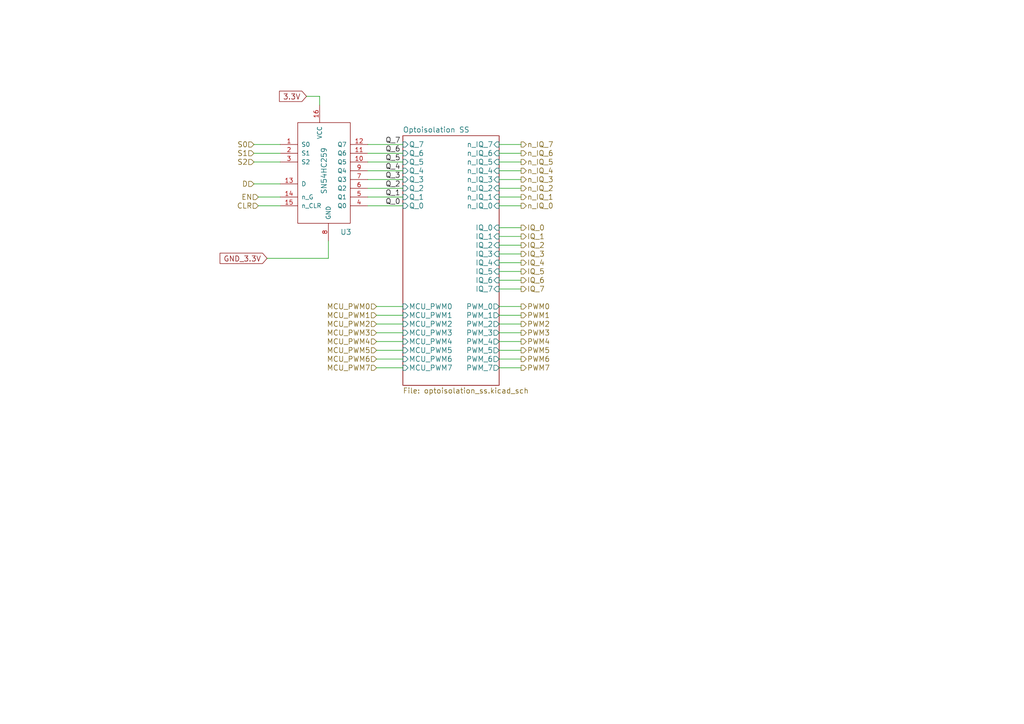
<source format=kicad_sch>
(kicad_sch (version 20230121) (generator eeschema)
  (paper "A4")
  (title_block (date "30 jan 2016"))
  (lib_symbols
    (symbol "arm_board-rescue:SN54HC259" (pin_names (offset 1.016))
      (property "Reference" "U" (at 6.35 -16.51 0))
      (property "Value" "SN54HC259" (at 0 1.27 90))
      (symbol "SN54HC259_0_1"
        (rectangle (start -7.62 15.24) (end 7.62 -13.97))
      )
      (symbol "SN54HC259_1_1"
        (pin input line (at -12.7 8.89 0) (length 5.08) (name "S0") (number "1"))
        (pin input line (at 12.7 3.81 180) (length 5.08) (name "Q5") (number "10"))
        (pin input line (at 12.7 6.35 180) (length 5.08) (name "Q6") (number "11"))
        (pin input line (at 12.7 8.89 180) (length 5.08) (name "Q7") (number "12"))
        (pin input line (at -12.7 -2.54 0) (length 5.08) (name "D") (number "13"))
        (pin input line (at -12.7 -6.35 0) (length 5.08) (name "n_G") (number "14"))
        (pin input line (at -12.7 -8.89 0) (length 5.08) (name "n_CLR") (number "15"))
        (pin input line (at -1.27 20.32 270) (length 5.08) (name "VCC") (number "16"))
        (pin input line (at -12.7 6.35 0) (length 5.08) (name "S1") (number "2"))
        (pin input line (at -12.7 3.81 0) (length 5.08) (name "S2") (number "3"))
        (pin input line (at 12.7 -8.89 180) (length 5.08) (name "Q0") (number "4"))
        (pin input line (at 12.7 -6.35 180) (length 5.08) (name "Q1") (number "5"))
        (pin input line (at 12.7 -3.81 180) (length 5.08) (name "Q2") (number "6"))
        (pin input line (at 12.7 -1.27 180) (length 5.08) (name "Q3") (number "7"))
        (pin input line (at 1.27 -19.05 90) (length 5.08) (name "GND") (number "8"))
        (pin input line (at 12.7 1.27 180) (length 5.08) (name "Q4") (number "9"))
      )
    )
  )
  (wire (pts (xy 73.66 53.34) (xy 81.28 53.34)))
  (wire (pts (xy 74.93 59.69) (xy 81.28 59.69)))
  (wire (pts (xy 151.13 57.15) (xy 144.78 57.15)))
  (wire (pts (xy 144.78 78.74) (xy 151.13 78.74)))
  (wire (pts (xy 106.68 59.69) (xy 116.84 59.69)))
  (wire (pts (xy 144.78 83.82) (xy 151.13 83.82)))
  (wire (pts (xy 77.47 74.93) (xy 95.25 74.93)))
  (wire (pts (xy 144.78 44.45) (xy 151.13 44.45)))
  (wire (pts (xy 109.22 88.9) (xy 116.84 88.9)))
  (wire (pts (xy 144.78 71.12) (xy 151.13 71.12)))
  (wire (pts (xy 109.22 104.14) (xy 116.84 104.14)))
  (wire (pts (xy 109.22 99.06) (xy 116.84 99.06)))
  (wire (pts (xy 106.68 49.53) (xy 116.84 49.53)))
  (wire (pts (xy 144.78 76.2) (xy 151.13 76.2)))
  (wire (pts (xy 144.78 88.9) (xy 151.13 88.9)))
  (wire (pts (xy 151.13 91.44) (xy 144.78 91.44)))
  (wire (pts (xy 144.78 93.98) (xy 151.13 93.98)))
  (wire (pts (xy 116.84 91.44) (xy 109.22 91.44)))
  (wire (pts (xy 144.78 73.66) (xy 151.13 73.66)))
  (wire (pts (xy 73.66 46.99) (xy 81.28 46.99)))
  (wire (pts (xy 92.71 27.94) (xy 92.71 30.48)))
  (wire (pts (xy 144.78 59.69) (xy 151.13 59.69)))
  (wire (pts (xy 151.13 96.52) (xy 144.78 96.52)))
  (wire (pts (xy 144.78 68.58) (xy 151.13 68.58)))
  (wire (pts (xy 106.68 52.07) (xy 116.84 52.07)))
  (wire (pts (xy 144.78 104.14) (xy 151.13 104.14)))
  (wire (pts (xy 144.78 81.28) (xy 151.13 81.28)))
  (wire (pts (xy 144.78 54.61) (xy 151.13 54.61)))
  (wire (pts (xy 151.13 46.99) (xy 144.78 46.99)))
  (wire (pts (xy 144.78 66.04) (xy 151.13 66.04)))
  (wire (pts (xy 151.13 101.6) (xy 144.78 101.6)))
  (wire (pts (xy 106.68 44.45) (xy 116.84 44.45)))
  (wire (pts (xy 106.68 46.99) (xy 116.84 46.99)))
  (wire (pts (xy 73.66 41.91) (xy 81.28 41.91)))
  (wire (pts (xy 95.25 74.93) (xy 95.25 69.85)))
  (wire (pts (xy 116.84 96.52) (xy 109.22 96.52)))
  (wire (pts (xy 116.84 106.68) (xy 109.22 106.68)))
  (wire (pts (xy 88.9 27.94) (xy 92.71 27.94)))
  (wire (pts (xy 106.68 54.61) (xy 116.84 54.61)))
  (wire (pts (xy 151.13 52.07) (xy 144.78 52.07)))
  (wire (pts (xy 109.22 93.98) (xy 116.84 93.98)))
  (wire (pts (xy 106.68 57.15) (xy 116.84 57.15)))
  (wire (pts (xy 151.13 41.91) (xy 144.78 41.91)))
  (wire (pts (xy 151.13 106.68) (xy 144.78 106.68)))
  (wire (pts (xy 106.68 41.91) (xy 116.84 41.91)))
  (wire (pts (xy 81.28 44.45) (xy 73.66 44.45)))
  (wire (pts (xy 144.78 99.06) (xy 151.13 99.06)))
  (wire (pts (xy 116.84 101.6) (xy 109.22 101.6)))
  (wire (pts (xy 144.78 49.53) (xy 151.13 49.53)))
  (wire (pts (xy 74.93 57.15) (xy 81.28 57.15)))
  (label "Q_6" (at 111.76 44.45 0) (effects (font (size 1.524 1.524))))
  (label "Q_0" (at 111.76 59.69 0) (effects (font (size 1.524 1.524))))
  (label "Q_1" (at 111.76 57.15 0) (effects (font (size 1.524 1.524))))
  (label "Q_4" (at 111.76 49.53 0) (effects (font (size 1.524 1.524))))
  (label "Q_7" (at 111.76 41.91 0) (effects (font (size 1.524 1.524))))
  (label "Q_5" (at 111.76 46.99 0) (effects (font (size 1.524 1.524))))
  (label "Q_3" (at 111.76 52.07 0) (effects (font (size 1.524 1.524))))
  (label "Q_2" (at 111.76 54.61 0) (effects (font (size 1.524 1.524))))
  (global_label "3.3V" (shape input) (at 88.9 27.94 180) (effects (font (size 1.524 1.524))) (property "Intersheetrefs" "${INTERSHEET_REFS}" (effects hide)))
  (global_label "GND_3.3V" (shape input) (at 77.47 74.93 180) (effects (font (size 1.524 1.524))) (property "Intersheetrefs" "${INTERSHEET_REFS}" (effects hide)))
  (hierarchical_label "MCU_PWM6" (shape input) (at 109.22 104.14 180) (effects (font (size 1.524 1.524))))
  (hierarchical_label "D" (shape input) (at 73.66 53.34 180) (effects (font (size 1.524 1.524))))
  (hierarchical_label "PWM0" (shape output) (at 151.13 88.9 0) (effects (font (size 1.524 1.524))))
  (hierarchical_label "S1" (shape input) (at 73.66 44.45 180) (effects (font (size 1.524 1.524))))
  (hierarchical_label "PWM4" (shape output) (at 151.13 99.06 0) (effects (font (size 1.524 1.524))))
  (hierarchical_label "n_IQ_7" (shape output) (at 151.13 41.91 0) (effects (font (size 1.524 1.524))))
  (hierarchical_label "IQ_7" (shape output) (at 151.13 83.82 0) (effects (font (size 1.524 1.524))))
  (hierarchical_label "MCU_PWM3" (shape input) (at 109.22 96.52 180) (effects (font (size 1.524 1.524))))
  (hierarchical_label "IQ_2" (shape output) (at 151.13 71.12 0) (effects (font (size 1.524 1.524))))
  (hierarchical_label "n_IQ_5" (shape output) (at 151.13 46.99 0) (effects (font (size 1.524 1.524))))
  (hierarchical_label "IQ_5" (shape output) (at 151.13 78.74 0) (effects (font (size 1.524 1.524))))
  (hierarchical_label "IQ_3" (shape output) (at 151.13 73.66 0) (effects (font (size 1.524 1.524))))
  (hierarchical_label "n_IQ_0" (shape output) (at 151.13 59.69 0) (effects (font (size 1.524 1.524))))
  (hierarchical_label "MCU_PWM0" (shape input) (at 109.22 88.9 180) (effects (font (size 1.524 1.524))))
  (hierarchical_label "PWM7" (shape output) (at 151.13 106.68 0) (effects (font (size 1.524 1.524))))
  (hierarchical_label "S2" (shape input) (at 73.66 46.99 180) (effects (font (size 1.524 1.524))))
  (hierarchical_label "n_IQ_6" (shape output) (at 151.13 44.45 0) (effects (font (size 1.524 1.524))))
  (hierarchical_label "MCU_PWM1" (shape input) (at 109.22 91.44 180) (effects (font (size 1.524 1.524))))
  (hierarchical_label "MCU_PWM5" (shape input) (at 109.22 101.6 180) (effects (font (size 1.524 1.524))))
  (hierarchical_label "n_IQ_1" (shape output) (at 151.13 57.15 0) (effects (font (size 1.524 1.524))))
  (hierarchical_label "MCU_PWM2" (shape input) (at 109.22 93.98 180) (effects (font (size 1.524 1.524))))
  (hierarchical_label "PWM2" (shape output) (at 151.13 93.98 0) (effects (font (size 1.524 1.524))))
  (hierarchical_label "IQ_4" (shape output) (at 151.13 76.2 0) (effects (font (size 1.524 1.524))))
  (hierarchical_label "n_IQ_3" (shape output) (at 151.13 52.07 0) (effects (font (size 1.524 1.524))))
  (hierarchical_label "n_IQ_4" (shape output) (at 151.13 49.53 0) (effects (font (size 1.524 1.524))))
  (hierarchical_label "MCU_PWM7" (shape input) (at 109.22 106.68 180) (effects (font (size 1.524 1.524))))
  (hierarchical_label "IQ_1" (shape output) (at 151.13 68.58 0) (effects (font (size 1.524 1.524))))
  (hierarchical_label "IQ_0" (shape output) (at 151.13 66.04 0) (effects (font (size 1.524 1.524))))
  (hierarchical_label "IQ_6" (shape output) (at 151.13 81.28 0) (effects (font (size 1.524 1.524))))
  (hierarchical_label "EN" (shape input) (at 74.93 57.15 180) (effects (font (size 1.524 1.524))))
  (hierarchical_label "PWM6" (shape output) (at 151.13 104.14 0) (effects (font (size 1.524 1.524))))
  (hierarchical_label "PWM5" (shape output) (at 151.13 101.6 0) (effects (font (size 1.524 1.524))))
  (hierarchical_label "S0" (shape input) (at 73.66 41.91 180) (effects (font (size 1.524 1.524))))
  (hierarchical_label "PWM1" (shape output) (at 151.13 91.44 0) (effects (font (size 1.524 1.524))))
  (hierarchical_label "MCU_PWM4" (shape input) (at 109.22 99.06 180) (effects (font (size 1.524 1.524))))
  (hierarchical_label "PWM3" (shape output) (at 151.13 96.52 0) (effects (font (size 1.524 1.524))))
  (hierarchical_label "n_IQ_2" (shape output) (at 151.13 54.61 0) (effects (font (size 1.524 1.524))))
  (hierarchical_label "CLR" (shape input) (at 74.93 59.69 180) (effects (font (size 1.524 1.524))))
  (symbol (lib_id "arm_board-rescue:SN54HC259") (at 93.98 50.8 0) (unit 1)
    (property "Reference" "U3" (at 100.33 67.31 0) (effects (font (size 1.524 1.524))))
    (property "Value" "SN54HC259" (at 93.98 49.53 90) (effects (font (size 1.524 1.524))))
    (property "Footprint" "ArmFootprints:SOIC-16" (effects hide))
  )
  (sheet (at 116.84 39.37) (size 27.94 72.39)
    (property "Sheetname" "Optoisolation SS" (at 116.84 38.5314 0) (effects (font (size 1.524 1.524)) (justify left bottom)))
    (property "Sheetfile" "optoisolation_ss.kicad_sch" (at 116.84 112.4462 0) (effects (font (size 1.524 1.524)) (justify left top)))
    (pin "Q_0" input (at 116.84 59.69 180) (effects (font (size 1.524 1.524))))
    (pin "Q_1" input (at 116.84 57.15 180) (effects (font (size 1.524 1.524))))
    (pin "Q_2" input (at 116.84 54.61 180) (effects (font (size 1.524 1.524))))
    (pin "Q_3" input (at 116.84 52.07 180) (effects (font (size 1.524 1.524))))
    (pin "Q_4" input (at 116.84 49.53 180) (effects (font (size 1.524 1.524))))
    (pin "Q_5" input (at 116.84 46.99 180) (effects (font (size 1.524 1.524))))
    (pin "Q_6" input (at 116.84 44.45 180) (effects (font (size 1.524 1.524))))
    (pin "Q_7" input (at 116.84 41.91 180) (effects (font (size 1.524 1.524))))
    (pin "n_IQ_0" input (at 144.78 59.69 0) (effects (font (size 1.524 1.524))))
    (pin "n_IQ_1" input (at 144.78 57.15 0) (effects (font (size 1.524 1.524))))
    (pin "n_IQ_2" input (at 144.78 54.61 0) (effects (font (size 1.524 1.524))))
    (pin "n_IQ_3" input (at 144.78 52.07 0) (effects (font (size 1.524 1.524))))
    (pin "n_IQ_4" input (at 144.78 49.53 0) (effects (font (size 1.524 1.524))))
    (pin "n_IQ_5" input (at 144.78 46.99 0) (effects (font (size 1.524 1.524))))
    (pin "n_IQ_6" input (at 144.78 44.45 0) (effects (font (size 1.524 1.524))))
    (pin "n_IQ_7" input (at 144.78 41.91 0) (effects (font (size 1.524 1.524))))
    (pin "IQ_0" input (at 144.78 66.04 0) (effects (font (size 1.524 1.524))))
    (pin "IQ_1" input (at 144.78 68.58 0) (effects (font (size 1.524 1.524))))
    (pin "IQ_2" input (at 144.78 71.12 0) (effects (font (size 1.524 1.524))))
    (pin "IQ_3" input (at 144.78 73.66 0) (effects (font (size 1.524 1.524))))
    (pin "IQ_4" input (at 144.78 76.2 0) (effects (font (size 1.524 1.524))))
    (pin "IQ_5" input (at 144.78 78.74 0) (effects (font (size 1.524 1.524))))
    (pin "IQ_6" input (at 144.78 81.28 0) (effects (font (size 1.524 1.524))))
    (pin "IQ_7" input (at 144.78 83.82 0) (effects (font (size 1.524 1.524))))
    (pin "PWM_0" output (at 144.78 88.9 0) (effects (font (size 1.524 1.524))))
    (pin "PWM_1" output (at 144.78 91.44 0) (effects (font (size 1.524 1.524))))
    (pin "MCU_PWM0" input (at 116.84 88.9 180) (effects (font (size 1.524 1.524))))
    (pin "MCU_PWM1" input (at 116.84 91.44 180) (effects (font (size 1.524 1.524))))
    (pin "PWM_2" output (at 144.78 93.98 0) (effects (font (size 1.524 1.524))))
    (pin "PWM_3" output (at 144.78 96.52 0) (effects (font (size 1.524 1.524))))
    (pin "MCU_PWM2" input (at 116.84 93.98 180) (effects (font (size 1.524 1.524))))
    (pin "MCU_PWM3" input (at 116.84 96.52 180) (effects (font (size 1.524 1.524))))
    (pin "PWM_4" output (at 144.78 99.06 0) (effects (font (size 1.524 1.524))))
    (pin "PWM_5" output (at 144.78 101.6 0) (effects (font (size 1.524 1.524))))
    (pin "MCU_PWM4" input (at 116.84 99.06 180) (effects (font (size 1.524 1.524))))
    (pin "MCU_PWM5" input (at 116.84 101.6 180) (effects (font (size 1.524 1.524))))
    (pin "PWM_6" output (at 144.78 104.14 0) (effects (font (size 1.524 1.524))))
    (pin "PWM_7" output (at 144.78 106.68 0) (effects (font (size 1.524 1.524))))
    (pin "MCU_PWM6" input (at 116.84 104.14 180) (effects (font (size 1.524 1.524))))
    (pin "MCU_PWM7" input (at 116.84 106.68 180) (effects (font (size 1.524 1.524))))
  )
)
</source>
